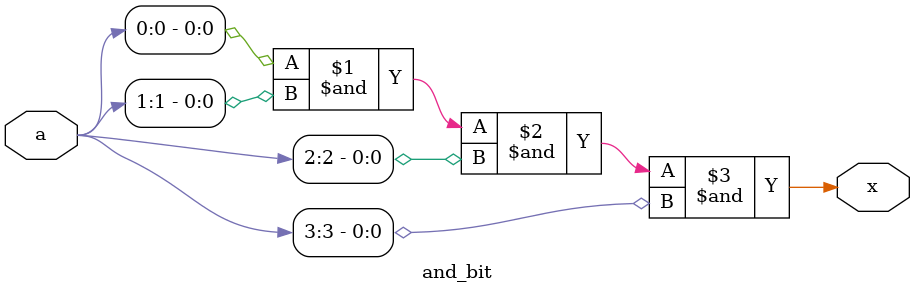
<source format=v>
`timescale 1ns/1ns

module and_bit(a,x);

input [3:0] a;
output x;

assign x = (a[0] & a[1] & a[2] & a[3]);

endmodule

</source>
